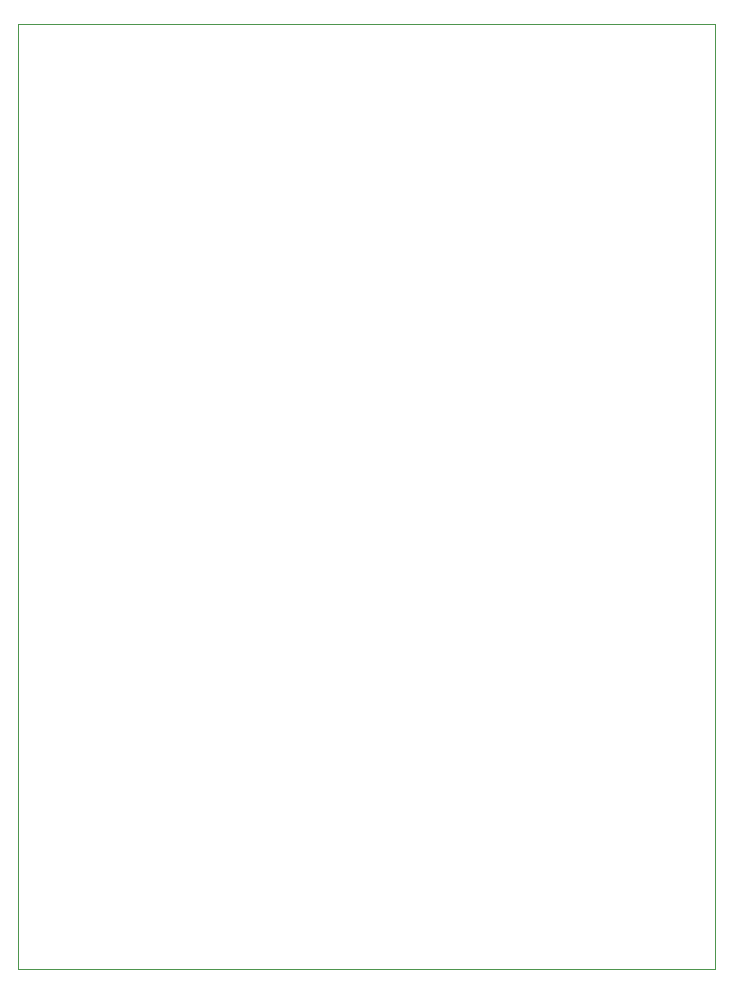
<source format=gbr>
%TF.GenerationSoftware,KiCad,Pcbnew,(5.1.5)-3*%
%TF.CreationDate,2020-10-12T14:57:23+02:00*%
%TF.ProjectId,PmodADC,506d6f64-4144-4432-9e6b-696361645f70,rev?*%
%TF.SameCoordinates,Original*%
%TF.FileFunction,Profile,NP*%
%FSLAX46Y46*%
G04 Gerber Fmt 4.6, Leading zero omitted, Abs format (unit mm)*
G04 Created by KiCad (PCBNEW (5.1.5)-3) date 2020-10-12 14:57:23*
%MOMM*%
%LPD*%
G04 APERTURE LIST*
%TA.AperFunction,Profile*%
%ADD10C,0.050000*%
%TD*%
G04 APERTURE END LIST*
D10*
X-32385000Y48260000D02*
X-32385000Y128270000D01*
X12065000Y48260000D02*
X-32385000Y48260000D01*
X26670000Y48260000D02*
X12065000Y48260000D01*
X26670000Y54610000D02*
X26670000Y48260000D01*
X26670000Y80645000D02*
X26670000Y54610000D01*
X26670000Y100330000D02*
X26670000Y80645000D01*
X26670000Y121920000D02*
X26670000Y100330000D01*
X26670000Y128270000D02*
X26670000Y121920000D01*
X-32385000Y128270000D02*
X26670000Y128270000D01*
M02*

</source>
